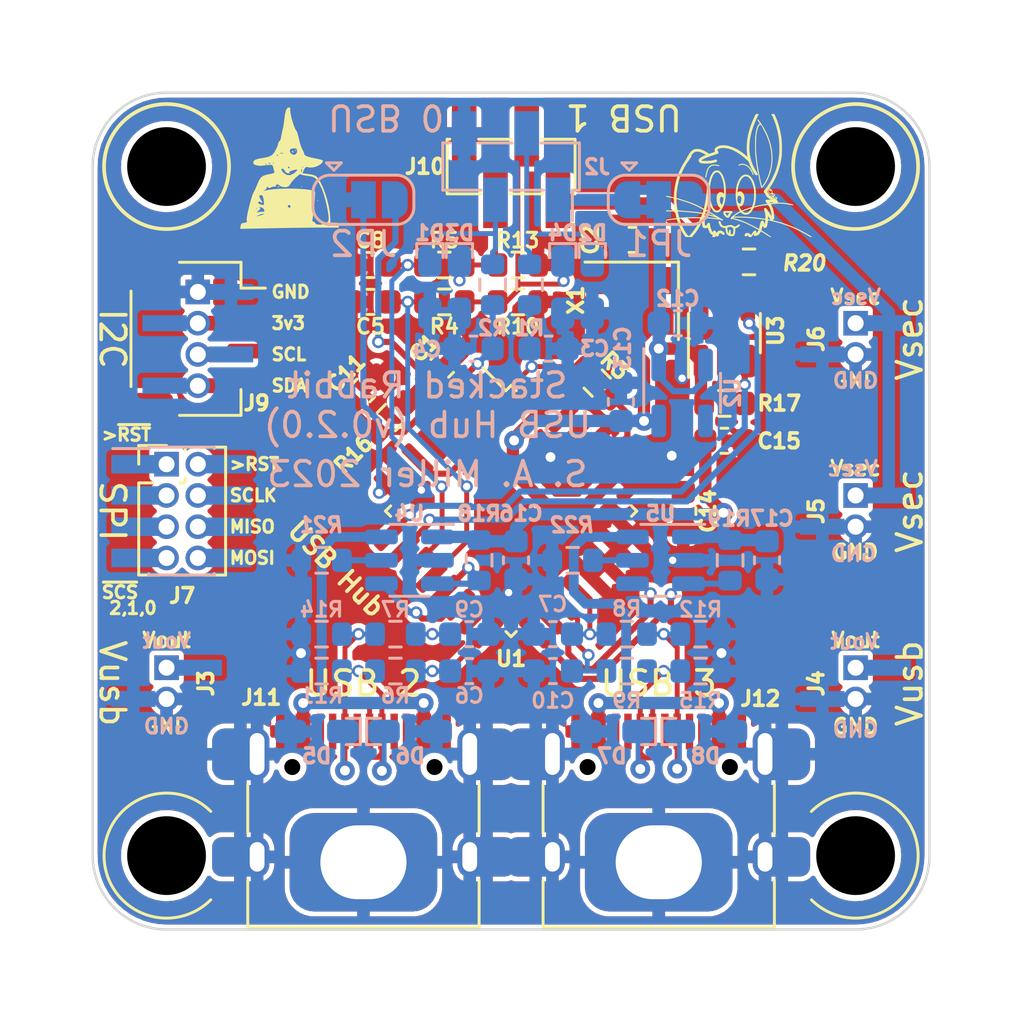
<source format=kicad_pcb>
(kicad_pcb (version 20211014) (generator pcbnew)
  (title_block (title "USB Hub") (rev "0.2.0") (company "The Nerd Mage"))
  (layers (0 "F.Cu" signal) (31 "B.Cu" signal) (34 "B.Paste" user) (35 "F.Paste" user) (36 "B.SilkS" user "B.Silkscreen") (37 "F.SilkS" user "F.Silkscreen") (38 "B.Mask" user) (39 "F.Mask" user) (44 "Edge.Cuts" user))
  (net 0 "")
  (net 1 "UD+")
  (net 2 "UD-")
  (net 3 "GND")
  (net 6 "SDA")
  (net 7 "SCL")
  (net 8 "RESET")
  (net 9 "~{RESET}")
  (net 10 "~{SCS}2")
  (net 11 "SCLK")
  (net 12 "~{SCS}1")
  (net 13 "MISO")
  (net 14 "Vcc?")
  (net 15 "~{SCS}0")
  (net 16 "MOSI")
  (net 18 "PWRON2")
  (net 19 "OVERCUR2")
  (net 20 "PWRON3")
  (net 21 "OVERCUR3")
  (net 23 "UD2+")
  (net 24 "UD2-")
  (net 25 "UD1+")
  (net 26 "UD1-")
  (net 27 "UD3+")
  (net 28 "UD3-")
  (net 29 "+3V3")
  (net 34 "Net-(R3-Pad2)")
  (net 35 "/USB1+")
  (net 36 "/USB1-")
  (net 37 "/USB0+")
  (net 38 "/USB0-")
  (net 39 "/USB2+")
  (net 40 "/USB2-")
  (net 41 "/USB3+")
  (net 42 "/USB3-")
  (net 43 "/~{reset}")
  (net 50 "Vusb")
  (net 51 "PWRON1")
  (net 52 "Net-(R20-Pad1)")
  (net 53 "OVERCUR1")
  (net 54 "Vbus1")
  (net 55 "Net-(R21-Pad1)")
  (net 56 "Vbus2")
  (net 57 "Vbus3")
  (net 58 "Net-(R22-Pad1)")
  (net 59 "Vusb_PWR")
  (net 60 "Vsec")
  (net 61 "~{BUSPWR}")
  (net 62 "/CLK48")
  (footprint "Tinker:Mount" (layer "F.Cu") (at 114 114 45)
    (fp_text reference "REF**" hide)
    (fp_text value "Mount" hide)
  )
  (footprint "Capacitor_SMD:C_0603_1608Metric" (layer "F.Cu") (at 107 100 -90)
    (fp_text reference "C14")
    (fp_text value ".01uf")
  )
  (footprint "Capacitor_SMD:C_0603_1608Metric" (layer "F.Cu") (at 94 95.1 45)
    (fp_text reference "C11")
    (fp_text value ".1uf")
  )
  (footprint "Tinker:QWIIC_Stack_II" (layer "F.Cu") (at 87.27 93 -90)
    (fp_text reference "J9")
    (fp_text value "QWIIC_Stack_II")
  )
  (footprint "Capacitor_SMD:C_0603_1608Metric" (layer "F.Cu") (at 97.2 94.1 45)
    (fp_text reference "C1")
    (fp_text value ".1uf")
  )
  (footprint "Tinker:PinHeader_2x04_P1.27mm_Vertical" (layer "F.Cu") (at 86 98.095)
    (fp_text reference "J7")
    (fp_text value "Conn_01x08_Male" hide)
  )
  (footprint "Resistor_SMD:R_0603_1608Metric" (layer "F.Cu") (at 108.668821 95.624957)
    (fp_text reference "R17")
    (fp_text value "100k")
  )
  (footprint "Tinker:USB_C_Receptacle_HRO_TYPE-C-NARROW" (layer "F.Cu") (at 106 113)
    (fp_text reference "J12")
    (fp_text value "USB_C_Receptacle" hide)
  )
  (footprint "Resistor_SMD:R_0603_1608Metric" (layer "F.Cu") (at 97.287975 91.499999)
    (fp_text reference "R4")
    (fp_text value "30")
  )
  (footprint "Tinker:Mount" (layer "F.Cu") (at 86 114 135)
    (fp_text reference "REF**" hide)
    (fp_text value "Mount" hide)
  )
  (footprint "Capacitor_SMD:C_0603_1608Metric" (layer "F.Cu") (at 94.287975 89.999998 180)
    (fp_text reference "C8")
    (fp_text value "22pf")
  )
  (footprint "Tinker:DagNabbit" (layer "F.Cu") (at 109 87)
    (fp_text reference "REF**" hide)
    (fp_text value "DagNabbit" hide)
  )
  (footprint "Resistor_SMD:R_0603_1608Metric" (layer "F.Cu") (at 103.5 94.8 -45)
    (fp_text reference "R3")
    (fp_text value "1K5")
  )
  (footprint "Capacitor_SMD:C_0603_1608Metric" (layer "F.Cu") (at 108.668821 97.143375)
    (fp_text reference "C15")
    (fp_text value "0.1uf")
  )
  (footprint "Tinker:Board_Stacker_2" (layer "F.Cu") (at 114 106.365)
    (fp_text reference "J4")
    (fp_text value "Conn_01x02_Male")
  )
  (footprint "Tinker:Mount" (layer "F.Cu") (at 114 86)
    (fp_text reference "REF**" hide)
    (fp_text value "Mount" hide)
  )
  (footprint "Capacitor_SMD:C_0603_1608Metric" (layer "F.Cu") (at 104.932471 88.979515 180)
    (fp_text reference "C2")
    (fp_text value "0.1uf")
  )
  (footprint "Capacitor_SMD:C_0603_1608Metric" (layer "F.Cu") (at 94.287975 91.499999 180)
    (fp_text reference "C5")
    (fp_text value "22pf")
  )
  (footprint "Tinker:Board_Stacker_2" (layer "F.Cu") (at 86 106.365)
    (fp_text reference "J3")
    (fp_text value "Conn_01x02_Male")
  )
  (footprint "Tinker:SOT-23-6" (layer "F.Cu") (at 108.668821 92.768559 90)
    (fp_text reference "U3")
    (fp_text value "TPS2550DBVTG4")
  )
  (footprint "Resistor_SMD:R_0603_1608Metric" (layer "F.Cu") (at 100.272975 91.499999)
    (fp_text reference "R10")
    (fp_text value "1K5")
  )
  (footprint "Resistor_SMD:R_0603_1608Metric" (layer "F.Cu") (at 97.287975 90)
    (fp_text reference "R5")
    (fp_text value "30")
  )
  (footprint "Tinker:Board_Stacker_2" (layer "F.Cu") (at 114 92.365)
    (fp_text reference "J6")
    (fp_text value "Conn_01x02_Male")
  )
  (footprint "Tinker:PinHeader_1x04_P1.27mm_Vertical_SMD_Pin1Right" (layer "F.Cu") (at 100 86 -90)
    (fp_text reference "J10")
    (fp_text value "Conn_01x04_Male")
  )
  (footprint "Tinker:Board_Stacker_2" (layer "F.Cu") (at 114 99.365)
    (fp_text reference "J5")
    (fp_text value "Conn_01x02_Male")
  )
  (footprint "Tinker:Mount" (layer "F.Cu") (at 86 86)
    (fp_text reference "REF**" hide)
    (fp_text value "Mount" hide)
  )
  (footprint "Tinker:NerdMage" (layer "F.Cu") (at 91 86)
    (fp_text reference "G***" hide)
    (fp_text value "LOGO" hide)
  )
  (footprint "Resistor_SMD:R_0603_1608Metric" (layer "F.Cu") (at 95.1 96.2 -135)
    (fp_text reference "R16")
    (fp_text value "15")
  )
  (footprint "Oscillator:Oscillator_SMD_Abracon_ASE-4Pin_3.2x2.5mm" (layer "F.Cu") (at 104.902965 91.457995 180)
    (fp_text reference "X1")
    (fp_text value "ASE-48.000MHz")
  )
  (footprint "Tinker:USB_C_Receptacle_HRO_TYPE-C-NARROW" (layer "F.Cu") (at 94 113)
    (fp_text reference "J11")
    (fp_text value "USB_C_Receptacle" hide)
  )
  (footprint "Package_QFP:LQFP-32_7x7mm_P0.8mm" (layer "F.Cu") (at 100 100 -45)
    (fp_text reference "U1")
    (fp_text value "TUSB2036")
  )
  (footprint "Resistor_SMD:R_0603_1608Metric" (layer "F.Cu") (at 109.668821 89.873778)
    (fp_text reference "R20")
    (fp_text value "80k?")
  )
  (footprint "Resistor_SMD:R_0603_1608Metric" (layer "F.Cu") (at 100.272975 90)
    (fp_text reference "R13")
    (fp_text value "1K5")
  )
  (footprint "Tinker:SOT-23-6" (layer "B.Cu") (at 106.07 102 180)
    (fp_text reference "U5")
    (fp_text value "TPS2550DBVTG4")
  )
  (footprint "Capacitor_SMD:C_0603_1608Metric" (layer "B.Cu") (at 98.3 105)
    (fp_text reference "C9")
    (fp_text value "22pf")
  )
  (footprint "Resistor_SMD:R_0603_1608Metric" (layer "B.Cu") (at 92.3 106.5 180)
    (fp_text reference "R11")
    (fp_text value "1K5")
  )
  (footprint "Resistor_SMD:R_0603_1608Metric" (layer "B.Cu") (at 104.7 105)
    (fp_text reference "R8")
    (fp_text value "30")
  )
  (footprint "Capacitor_SMD:C_0603_1608Metric" (layer "B.Cu") (at 100.2 102 -90)
    (fp_text reference "C16")
    (fp_text value "0.1uf")
  )
  (footprint "Capacitor_SMD:C_0603_1608Metric" (layer "B.Cu") (at 104.462589 95.5625 90)
    (fp_text reference "C13")
    (fp_text value "1uF")
  )
  (footprint "Jumper:SolderJumper-3_P1.3mm_Bridged12_RoundedPad1.0x1.5mm" (layer "B.Cu") (at 94 87.35)
    (fp_text reference "JP2")
    (fp_text value "Jumper_3_Bridged12")
  )
  (footprint "Capacitor_SMD:C_0603_1608Metric" (layer "B.Cu") (at 98.475 93.4 180)
    (fp_text reference "C4")
    (fp_text value "22pf")
  )
  (footprint "Package_TO_SOT_SMD:SOT-23-5" (layer "B.Cu") (at 106.95 95.2 -90)
    (fp_text reference "U2")
    (fp_text value "AP2112K-3.3")
  )
  (footprint "Capacitor_SMD:C_0603_1608Metric" (layer "B.Cu") (at 106.775 92.365)
    (fp_text reference "C12")
    (fp_text value "1uF")
  )
  (footprint "Tinker:PinSocket_1x04_P1.27mm_Vertical_SMD_Pin1Left" (layer "B.Cu") (at 100 86 90)
    (fp_text reference "J2")
    (fp_text value "Conn_01x04_Male")
  )
  (footprint "Tinker:PGB1010603NRHF" (layer "B.Cu") (at 97.9 90.9 -90)
    (fp_text reference "D3")
    (fp_text value "PGB1010603NR" hide)
  )
  (footprint "Resistor_SMD:R_0603_1608Metric" (layer "B.Cu") (at 102.5 102 180)
    (fp_text reference "R22")
    (fp_text value "80k?")
  )
  (footprint "Capacitor_SMD:C_0603_1608Metric" (layer "B.Cu") (at 101.7 106.5 180)
    (fp_text reference "C10")
    (fp_text value "22pf")
  )
  (footprint "Resistor_SMD:R_0603_1608Metric" (layer "B.Cu") (at 107.7 106.5)
    (fp_text reference "R15")
    (fp_text value "1K5")
  )
  (footprint "Tinker:PGB1010603NRHF" (layer "B.Cu") (at 103.3 90.9 -90)
    (fp_text reference "D2")
    (fp_text value "PGB1010603NR" hide)
  )
  (footprint "Capacitor_SMD:C_0603_1608Metric" (layer "B.Cu") (at 101.7 105 180)
    (fp_text reference "C7")
    (fp_text value "22pf")
  )
  (footprint "Capacitor_SMD:C_0603_1608Metric" (layer "B.Cu") (at 98.3 106.5)
    (fp_text reference "C6")
    (fp_text value "22pf")
  )
  (footprint "Resistor_SMD:R_0603_1608Metric" (layer "B.Cu") (at 98.7 102 -90)
    (fp_text reference "R18")
    (fp_text value "100k")
  )
  (footprint "Tinker:PGB1010603NRHF" (layer "B.Cu") (at 102.1 90.9 -90)
    (fp_text reference "D4")
    (fp_text value "PGB1010603NR" hide)
  )
  (footprint "Resistor_SMD:R_0603_1608Metric" (layer "B.Cu") (at 100.75 90.8 -90)
    (fp_text reference "R1")
    (fp_text value "30")
  )
  (footprint "Capacitor_SMD:C_0603_1608Metric" (layer "B.Cu") (at 110.4 102 -90)
    (fp_text reference "C17")
    (fp_text value "0.1uf")
  )
  (footprint "Resistor_SMD:R_0603_1608Metric" (layer "B.Cu") (at 92.3 105 180)
    (fp_text reference "R14")
    (fp_text value "1K5")
  )
  (footprint "Resistor_SMD:R_0603_1608Metric" (layer "B.Cu") (at 95.3 106.5 180)
    (fp_text reference "R6")
    (fp_text value "30")
  )
  (footprint "Tinker:PGB1010603NRHF" (layer "B.Cu") (at 104.1 108.955 180)
    (fp_text reference "D7")
    (fp_text value "PGB1010603NR" hide)
  )
  (footprint "Resistor_SMD:R_0603_1608Metric" (layer "B.Cu") (at 92.3 102 180)
    (fp_text reference "R21")
    (fp_text value "80k?")
  )
  (footprint "Resistor_SMD:R_0603_1608Metric" (layer "B.Cu") (at 108.9 102 -90)
    (fp_text reference "R19")
    (fp_text value "100k")
  )
  (footprint "Resistor_SMD:R_0603_1608Metric" (layer "B.Cu") (at 104.7 106.5)
    (fp_text reference "R9")
    (fp_text value "30")
  )
  (footprint "Resistor_SMD:R_0603_1608Metric" (layer "B.Cu") (at 95.3 105 180)
    (fp_text reference "R7")
    (fp_text value "30")
  )
  (footprint "Capacitor_SMD:C_0603_1608Metric" (layer "B.Cu") (at 101.525 93.4)
    (fp_text reference "C3")
    (fp_text value "22pf")
  )
  (footprint "Tinker:SOT-23-6" (layer "B.Cu") (at 95.87 102 180)
    (fp_text reference "U4")
    (fp_text value "TPS2550DBVTG4")
  )
  (footprint "Tinker:PGB1010603NRHF" (layer "B.Cu") (at 92.1 108.955 180)
    (fp_text reference "D5")
    (fp_text value "PGB1010603NR" hide)
  )
  (footprint "Resistor_SMD:R_0603_1608Metric" (layer "B.Cu") (at 107.7 105)
    (fp_text reference "R12")
    (fp_text value "1K5")
  )
  (footprint "Tinker:PGB1010603NRHF" (layer "B.Cu") (at 96.7 90.9 -90)
    (fp_text reference "D1")
    (fp_text value "PGB1010603NR" hide)
  )
  (footprint "Resistor_SMD:R_0603_1608Metric" (layer "B.Cu") (at 99.25 90.8 -90)
    (fp_text reference "R2")
    (fp_text value "30")
  )
  (footprint "Tinker:PGB1010603NRHF" (layer "B.Cu") (at 107.9 108.955)
    (fp_text reference "D8")
    (fp_text value "PGB1010603NR" hide)
  )
  (footprint "Jumper:SolderJumper-3_P1.3mm_Bridged2Bar12_RoundedPad1.0x1.5mm" (layer "B.Cu") (at 106 87.35)
    (fp_text reference "JP1")
    (fp_text value "Jumper_3_Bridged12")
  )
  (footprint "Tinker:PGB1010603NRHF" (layer "B.Cu") (at 95.9 108.955)
    (fp_text reference "D6")
    (fp_text value "PGB1010603NR" hide)
  )
  (gr_line (start 117 86) (end 117 114) (layer "Edge.Cuts") (width 0.1))
  (gr_arc (start 86 117) (mid 83.87868 116.12132) (end 83 114) (layer "Edge.Cuts") (width 0.1))
  (gr_arc (start 83 86) (mid 83.87868 83.87868) (end 86 83) (layer "Edge.Cuts") (width 0.1))
  (gr_line (start 86 83) (end 114 83) (layer "Edge.Cuts") (width 0.1))
  (gr_line (start 83 114) (end 83 86) (layer "Edge.Cuts") (width 0.1))
  (gr_arc (start 114 83) (mid 116.12132 83.87868) (end 117 86) (layer "Edge.Cuts") (width 0.1))
  (gr_line (start 86 117) (end 114 117) (layer "Edge.Cuts") (width 0.1))
  (gr_arc (start 117 114) (mid 116.12132 116.12132) (end 114 117) (layer "Edge.Cuts") (width 0.1))
  (gr_text "Stacked Rabbit\n${TITLE} (v${REVISION})" (at 96.6 95.7) (layer "B.SilkS") (effects (font (size 1 1)) (justify mirror)))
  (gr_text "GND" (at 113.911636 101.744492) (layer "B.SilkS") (effects (font (size 0.6 0.6) (thickness 0.125)) (justify mirror)))
  (gr_text "GND" (at 85.995908 108.747728) (layer "B.SilkS") (effects (font (size 0.6 0.6) (thickness 0.125)) (justify mirror)))
  (gr_text "Vout" (at 113.950572 105.303488) (layer "B.SilkS") (effects (font (size 0.6 0.6) (thickness 0.125)) (justify mirror)))
  (gr_text "GND" (at 114 94.7) (layer "B.SilkS") (effects (font (size 0.6 0.6) (thickness 0.125)) (justify mirror)))
  (gr_text "USB 0" (at 94.92 84 180) (layer "B.SilkS") (effects (font (size 1 1)) (justify mirror)))
  (gr_text "Vsec" (at 113.872799 98.268635) (layer "B.SilkS") (effects (font (size 0.6 0.6) (thickness 0.125)) (justify mirror)))
  (gr_text "Vsec" (at 114 91.3) (layer "B.SilkS") (effects (font (size 0.6 0.6) (thickness 0.125)) (justify mirror)))
  (gr_text "GND" (at 113.997176 108.89197) (layer "B.SilkS") (effects (font (size 0.6 0.6) (thickness 0.125)) (justify mirror)))
  (gr_text "S. A. Miller 2023" (at 96.6 98.5) (layer "B.SilkS") (effects (font (size 1 1)) (justify mirror)))
  (gr_text "Vout" (at 86.009393 105.268635) (layer "B.SilkS") (effects (font (size 0.6 0.6) (thickness 0.125)) (justify mirror)))
  (gr_text "SDA" (at 90.2 94.905) (layer "F.SilkS") (effects (font (size 0.5 0.5) (thickness 0.125)) (justify left)))
  (gr_text "Vsec" (at 116.2 100 90) (layer "F.SilkS") (effects (font (size 1 1))))
  (gr_text "2,1,0" (at 83.6 103.94) (layer "F.SilkS") (effects (font (size 0.5 0.5) (thickness 0.125)) (justify left)))
  (gr_text "3v3" (at 90.2 92.365) (layer "F.SilkS") (effects (font (size 0.5 0.5) (thickness 0.125)) (justify left)))
  (gr_text "USB 2" (at 94 107) (layer "F.SilkS") (effects (font (size 1 1))))
  (gr_text "Vout" (at 114 105.245) (layer "F.SilkS") (effects (font (size 0.6 0.6) (thickness 0.125))))
  (gr_text "~{SCS}" (at 83.3 103.3) (layer "F.SilkS") (effects (font (size 0.5 0.5) (thickness 0.125)) (justify left)))
  (gr_text "GND" (at 114 94.7) (layer "F.SilkS") (effects (font (size 0.6 0.6) (thickness 0.125))))
  (gr_text "GND" (at 90.2 91.095) (layer "F.SilkS") (effects (font (size 0.5 0.5) (thickness 0.125)) (justify left)))
  (gr_text ">~{RST}" (at 83.3 96.9) (layer "F.SilkS") (effects (font (size 0.5 0.5) (thickness 0.125)) (justify left)))
  (gr_text "GND" (at 114 101.665) (layer "F.SilkS") (effects (font (size 0.6 0.6) (thickness 0.125))))
  (gr_text "Vsec" (at 116.2 93 90) (layer "F.SilkS") (effects (font (size 1 1))))
  (gr_text "USB 1" (at 104.579045 84 180) (layer "F.SilkS") (effects (font (size 1 1))))
  (gr_text "SCLK" (at 88.5 99.365) (layer "F.SilkS") (effects (font (size 0.5 0.5) (thickness 0.125)) (justify left)))
  (gr_text ">RST" (at 88.5 98.095) (layer "F.SilkS") (effects (font (size 0.5 0.5) (thickness 0.125)) (justify left)))
  (gr_text "SPI" (at 83.8 100 -90) (layer "F.SilkS") (effects (font (size 1 1))))
  (gr_text "Vusb" (at 116.2 107 90) (layer "F.SilkS") (effects (font (size 1 1))))
  (gr_text "SCL" (at 90.2 93.635) (layer "F.SilkS") (effects (font (size 0.5 0.5) (thickness 0.125)) (justify left)))
  (gr_text "GND" (at 114 108.745) (layer "F.SilkS") (effects (font (size 0.6 0.6) (thickness 0.125))))
  (gr_text "I2C" (at 83.8 93 -90) (layer "F.SilkS") (effects (font (size 1 1))))
  (gr_text "MISO" (at 88.5 100.635) (layer "F.SilkS") (effects (font (size 0.5 0.5) (thickness 0.125)) (justify left)))
  (gr_text "USB 3" (at 106 107) (layer "F.SilkS") (effects (font (size 1 1))))
  (gr_text "MOSI" (at 88.5 101.905) (layer "F.SilkS") (effects (font (size 0.5 0.5) (thickness 0.125)) (justify left)))
  (gr_text "GND" (at 86 108.745) (layer "F.SilkS") (effects (font (size 0.6 0.6) (thickness 0.125))))
  (gr_text "${TITLE}" (at 92.899152 102.34535 315) (layer "F.SilkS") (effects (font (size 0.75 0.75))))
  (gr_text "Vusb" (at 83.8 107 -90) (layer "F.SilkS") (effects (font (size 1 1))))
  (gr_text "Vsec" (at 114 98.265) (layer "F.SilkS") (effects (font (size 0.6 0.6) (thickness 0.125))))
  (gr_text "Vout" (at 86 105.245) (layer "F.SilkS") (effects (font (size 0.6 0.6) (thickness 0.125))))
  (gr_text "Vsec" (at 114 91.3) (layer "F.SilkS") (effects (font (size 0.6 0.6) (thickness 0.125))))
  (segment (start 100.635 88.808609) (end 100.635 89.36) (width 0.2) (layer "B.Cu") (net 1))
  (segment (start 100.702512 88.741097) (end 100.635 88.808609) (width 0.2) (layer "B.Cu") (net 1))
  (segment (start 103.3 89.219407) (end 102.82169 88.741097) (width 0.2) (layer "B.Cu") (net 1))
  (segment (start 100.635 89.36) (end 100.75 89.475) (width 0.2) (layer "B.Cu") (net 1))
  (segment (start 102.82169 88.741097) (end 100.702512 88.741097) (width 0.2) (layer "B.Cu") (net 1))
  (segment (start 103.3 89.84) (end 103.3 89.219407) (width 0.2) (layer "B.Cu") (net 1))
  (segment (start 100.75 89.475) (end 100.75 89.975) (width 0.2) (layer "B.Cu") (net 1))
  (segment (start 100.635 84.65) (end 100.635 88.808609) (width 0.2) (layer "B.Cu") (net 1))
  (segment (start 96.7 89.84) (end 96.7 89.214678) (width 0.2) (layer "B.Cu") (net 2))
  (segment (start 99.365 89.36) (end 99.25 89.475) (width 0.2) (layer "B.Cu") (net 2))
  (segment (start 97.191251 88.723427) (end 99.365 88.723427) (width 0.2) (layer "B.Cu") (net 2))
  (segment (start 99.365 88.723427) (end 99.365 89.36) (width 0.2) (layer "B.Cu") (net 2))
  (segment (start 99.365 87.35) (end 99.365 88.723427) (width 0.2) (layer "B.Cu") (net 2))
  (segment (start 96.7 89.214678) (end 97.191251 88.723427) (width 0.2) (layer "B.Cu") (net 2))
  (segment (start 99.25 89.475) (end 99.25 89.975) (width 0.2) (layer "B.Cu") (net 2))
  (segment (start 108.668821 93.906059) (end 108.818821 94.056059) (width 0.25) (layer "F.Cu") (net 3))
  (segment (start 108.818821 94.056059) (end 108.818821 96.518375) (width 0.25) (layer "F.Cu") (net 3))
  (segment (start 108.818821 96.518375) (end 109.443821 97.143375) (width 0.25) (layer "F.Cu") (net 3))
  (via (at 101.601672 97.805948) (size 0.8) (drill 0.4) (layers "F.Cu" "B.Cu") (net 3))
  (via (at 91.463494 105.771705) (size 0.8) (drill 0.4) (layers "F.Cu" "B.Cu") (net 3))
  (via (at 106.566633 102) (size 0.5) (drill 0.3) (layers "F.Cu" "B.Cu") (net 3))
  (via (at 96.353401 99.147063) (size 0.5) (drill 0.3) (layers "F.Cu" "B.Cu") (net 3))
  (via (at 108.549545 105.770194) (size 0.8) (drill 0.4) (layers "F.Cu" "B.Cu") (net 3))
  (via (at 106.95 94.6) (size 0.5) (drill 0.3) (layers "F.Cu" "B.Cu") (net 3))
  (via (at 106.527705 97.749543) (size 0.8) (drill 0.4) (layers "F.Cu" "B.Cu") (net 3))
  (via (at 99.899864 103.312215) (size 0.5) (drill 0.3) (layers "F.Cu" "B.Cu") (net 3))
  (segment (start 98.26432 102.301366) (end 97.330672 103.235014) (width 0.25) (layer "F.Cu") (net 18))
  (via (at 98.26432 102.301366) (size 0.5) (drill 0.3) (layers "F.Cu" "B.Cu") (net 18))
  (segment (start 98.575 102.95) (end 98.7 102.825) (width 0.25) (layer "B.Cu") (net 18))
  (segment (start 98.26432 102.301366) (end 98.7 102.737046) (width 0.25) (layer "B.Cu") (net 18))
  (segment (start 98.7 102.737046) (end 98.7 102.825) (width 0.25) (layer "B.Cu") (net 18))
  (segment (start 97.0075 102.95) (end 98.575 102.95) (width 0.25) (layer "B.Cu") (net 18))
  (segment (start 96.389286 104.368583) (end 97.143603 104.368583) (width 0.25) (layer "F.Cu") (net 19))
  (segment (start 97.711487 103.800699) (end 97.896357 103.800699) (width 0.25) (layer "F.Cu") (net 19))
  (segment (start 97.143603 104.368583) (end 97.711487 103.800699) (width 0.25) (layer "F.Cu") (net 19))
  (segment (start 96.146203 104.1255) (end 96.389286 104.368583) (width 0.25) (layer "F.Cu") (net 19))
  (via (at 96.146203 104.1255) (size 0.5) (drill 0.3) (layers "F.Cu" "B.Cu") (net 19))
  (segment (start 96.146203 104.1255) (end 95.908 104.1255) (width 0.25) (layer "B.Cu") (net 19))
  (segment (start 95.908 104.1255) (end 94.7325 102.95) (width 0.25) (layer "B.Cu") (net 19))
  (segment (start 103.513274 106.816088) (end 102.787863 106.816088) (width 0.25) (layer "F.Cu") (net 20))
  (segment (start 106.495717 103.833645) (end 103.513274 106.816088) (width 0.25) (layer "F.Cu") (net 20))
  (segment (start 106.495717 103.381139) (end 106.495717 103.833645) (width 0.25) (layer "F.Cu") (net 20))
  (segment (start 102.787863 106.816088) (end 100.972272 105.000497) (width 0.25) (layer "F.Cu") (net 20))
  (segment (start 100.972272 105.000497) (end 100.972272 104.93207) (width 0.25) (layer "F.Cu") (net 20))
  (via (at 106.495717 103.381139) (size 0.5) (drill 0.3) (layers "F.Cu" "B.Cu") (net 20))
  (segment (start 108.775 102.95) (end 108.9 102.825) (width 0.25) (layer "B.Cu") (net 20))
  (segment (start 107.2075 102.95) (end 108.775 102.95) (width 0.25) (layer "B.Cu") (net 20))
  (segment (start 102.953549 106.416088) (end 102.325 105.787539) (width 0.25) (layer "F.Cu") (net 21))
  (segment (start 102.325 105.787539) (end 102.325 105.153427) (width 0.25) (layer "F.Cu") (net 21))
  (segment (start 105.668067 103.348469) (end 105.668067 104.077933) (width 0.25) (layer "F.Cu") (net 21))
  (segment (start 105.668067 104.077933) (end 103.329912 106.416088) (width 0.25) (layer "F.Cu") (net 21))
  (segment (start 103.329912 106.416088) (end 102.953549 106.416088) (width 0.25) (layer "F.Cu") (net 21))
  (segment (start 102.325 105.153427) (end 101.537957 104.366384) (width 0.25) (layer "F.Cu") (net 21))
  (via (at 105.668067 103.348469) (size 0.5) (drill 0.3) (layers "F.Cu" "B.Cu") (net 21))
  (segment (start 94.581806 110.007341) (end 94.75 109.839147) (width 0.2) (layer "F.Cu") (net 23))
  (segment (start 94.75 108.955) (end 94.75 107.45) (width 0.2) (layer "F.Cu") (net 23))
  (segment (start 93.75 109.851996) (end 93.905345 110.007341) (width 0.2) (layer "F.Cu") (net 23))
  (segment (start 94.75 107.45) (end 93.8 106.5) (width 0.2) (layer "F.Cu") (net 23))
  (segment (start 94.75 110.555619) (end 94.75 108.955) (width 0.2) (layer "F.Cu") (net 23))
  (segment (start 93.905345 110.007341) (end 94.581806 110.007341) (width 0.2) (layer "F.Cu") (net 23))
  (segment (start 93.75 108.955) (end 93.75 109.851996) (width 0.2) (layer "F.Cu") (net 23))
  (segment (start 94.75 109.839147) (end 94.75 108.955) (width 0.2) (layer "F.Cu") (net 23))
  (via (at 93.8 106.5) (size 0.5) (drill 0.3) (layers "F.Cu" "B.Cu") (net 23))
  (via (at 94.75 110.555619) (size 0.8) (drill 0.4) (layers "F.Cu" "B.Cu") (net 23))
  (segment (start 94.84 110.465619) (end 94.84 108.955) (width 0.2) (layer "B.Cu") (net 23))
  (segment (start 94.75 110.555619) (end 94.84 110.465619) (width 0.2) (layer "B.Cu") (net 23))
  (segment (start 93.125 106.5) (end 94.475 106.5) (width 0.2) (layer "B.Cu") (net 23))
  (segment (start 94.25 108.955) (end 94.25 108.03) (width 0.2) (layer "F.Cu") (net 24))
  (segment (start 93.25 110.543966) (end 93.25 108.955) (width 0.2) (layer "F.Cu") (net 24))
  (segment (start 94.25 108.38) (end 94.275 108.355) (width 0.2) (layer "F.Cu") (net 24))
  (segment (start 94.078953 107.858953) (end 93.25 107.858953) (width 0.2) (layer "F.Cu") (net 24))
  (segment (start 94.25 108.955) (end 94.25 108.38) (width 0.2) (layer "F.Cu") (net 24))
  (segment (start 93.25 108.955) (end 93.25 107.858953) (width 0.2) (layer "F.Cu") (net 24))
  (segment (start 93.25 107.858953) (end 93.25 105.55) (width 0.2) (layer "F.Cu") (net 24))
  (segment (start 93.25 105.55) (end 93.8 105) (width 0.2) (layer "F.Cu") (net 24))
  (segment (start 94.25 108.03) (end 94.078953 107.858953) (width 0.2) (layer "F.Cu") (net 24))
  (via (at 93.25 110.543966) (size 0.8) (drill 0.4) (layers "F.Cu" "B.Cu") (net 24))
  (via (at 93.8 105) (size 0.5) (drill 0.3) (layers "F.Cu" "B.Cu") (net 24))
  (segment (start 93.25 110.543966) (end 93.16 110.453966) (width 0.2) (layer "B.Cu") (net 24))
  (segment (start 93.125 105) (end 94.475 105) (width 0.2) (layer "B.Cu") (net 24))
  (segment (start 93.16 110.453966) (end 93.16 108.955) (width 0.2) (layer "B.Cu") (net 24))
  (segment (start 100.275943 91.026555) (end 100.275943 90.803296) (width 0.2) (layer "F.Cu") (net 25))
  (segment (start 100.275943 90.803296) (end 100.275943 89.206825) (width 0.2) (layer "F.Cu") (net 25))
  (segment (start 100.275943 88.903215) (end 100.275943 85.109057) (width 0.2) (layer "F.Cu") (net 25))
  (segment (start 102.134247 90.646489) (end 102.005737 90.774999) (width 0.2) (layer "F.Cu") (net 25))
  (segment (start 100.30424 90.774999) (end 100.275943 90.803296) (width 0.2) (layer "F.Cu") (net 25))
  (segment (start 99.447975 91.499999) (end 98.112975 91.499999) (width 0.2) (layer "F.Cu") (net 25))
  (segment (start 100.275943 89.206825) (end 100.275943 88.903215) (width 0.2) (layer "F.Cu") (net 25))
  (segment (start 99.447975 91.499999) (end 99.802499 91.499999) (width 0.2) (layer "F.Cu") (net 25))
  (segment (start 99.802499 91.499999) (end 100.275943 91.026555) (width 0.2) (layer "F.Cu") (net 25))
  (segment (start 100.275943 85.109057) (end 100.635 84.75) (width 0.2) (layer "F.Cu") (net 25))
  (segment (start 102.005737 90.774999) (end 100.30424 90.774999) (width 0.2) (layer "F.Cu") (net 25))
  (via (at 102.134247 90.646489) (size 0.5) (drill 0.3) (layers "F.Cu" "B.Cu") (net 25))
  (segment (start 102.134247 90.646489) (end 102.25 90.530736) (width 0.2) (layer "B.Cu") (net 25))
  (segment (start 102.25 90.530736) (end 102.25 89.44) (width 0.2) (layer "B.Cu") (net 25))
  (segment (start 102.134247 89.874247) (end 102.1 89.84) (width 0.2) (layer "B.Cu") (net 25))
  (segment (start 102.134247 90.646489) (end 102.134247 89.874247) (width 0.2) (layer "B.Cu") (net 25))
  (segment (start 97.902257 90.625594) (end 97.902257 90.210718) (width 0.2) (layer "F.Cu") (net 26))
  (segment (start 97.902257 90.210718) (end 98.112975 90) (width 0.2) (layer "F.Cu") (net 26))
  (segment (start 99.447975 89.999998) (end 98.112975 90) (width 0.2) (layer "F.Cu") (net 26))
  (segment (start 99.365 89.917025) (end 99.447975 90) (width 0.2) (layer "F.Cu") (net 26))
  (segment (start 99.365 87.25) (end 99.365 88.894992) (width 0.2) (layer "F.Cu") (net 26))
  (segment (start 99.365 88.894992) (end 99.365 89.917025) (width 0.2) (layer "F.Cu") (net 26))
  (via (at 97.902257 90.625594) (size 0.5) (drill 0.3) (layers "F.Cu" "B.Cu") (net 26))
  (segment (start 97.902257 89.842257) (end 97.9 89.84) (width 0.2) (layer "B.Cu") (net 26))
  (segment (start 97.902257 90.625594) (end 97.902257 89.842257) (width 0.2) (layer "B.Cu") (net 26))
  (segment (start 97.902257 90.625594) (end 97.902257 89.592257) (width 0.2) (layer "B.Cu") (net 26))
  (segment (start 106.75 105.55) (end 106.75 107.849363) (width 0.2) (layer "F.Cu") (net 27))
  (segment (start 106.2 105) (end 106.75 105.55) (width 0.2) (layer "F.Cu") (net 27))
  (segment (start 105.930637 107.849363) (end 106.75 107.849363) (width 0.2) (layer "F.Cu") (net 27))
  (segment (start 105.75 108.955) (end 105.75 108.03) (width 0.2) (layer "F.Cu") (net 27))
  (segment (start 105.75 108.03) (end 105.930637 107.849363) (width 0.2) (layer "F.Cu") (net 27))
  (segment (start 106.75 107.849363) (end 106.75 108.955) (width 0.2) (layer "F.Cu") (net 27))
  (segment (start 106.75 110.468346) (end 106.75 108.955) (width 0.2) (layer "F.Cu") (net 27))
  (via (at 106.2 105) (size 0.5) (drill 0.3) (layers "F.Cu" "B.Cu") (net 27))
  (via (at 106.75 110.468346) (size 0.8) (drill 0.4) (layers "F.Cu" "B.Cu") (net 27))
  (segment (start 106.875 105) (end 105.525 105) (width 0.2) (layer "B.Cu") (net 27))
  (segment (start 106.75 110.468346) (end 106.84 110.378346) (width 0.2) (layer "B.Cu") (net 27))
  (segment (start 106.84 110.378346) (end 106.84 108.955) (width 0.2) (layer "B.Cu") (net 27))
  (segment (start 105.447285 110.03037) (end 106.070074 110.03037) (width 0.2) (layer "F.Cu") (net 28))
  (segment (start 106.25 109.850444) (end 106.25 108.955) (width 0.2) (layer "F.Cu") (net 28))
  (segment (start 105.25 109.833085) (end 105.447285 110.03037) (width 0.2) (layer "F.Cu") (net 28))
  (segment (start 106.070074 110.03037) (end 106.25 109.850444) (width 0.2) (layer "F.Cu") (net 28))
  (segment (start 105.25 108.955) (end 105.25 109.833085) (width 0.2) (layer "F.Cu") (net 28))
  (segment (start 105.25 107.45) (end 106.2 106.5) (width 0.2) (layer "F.Cu") (net 28))
  (segment (start 105.25 110.479255) (end 105.25 108.955) (width 0.2) (layer "F.Cu") (net 28))
  (segment (start 105.25 108.955) (end 105.25 107.45) (width 0.2) (layer "F.Cu") (net 28))
  (via (at 105.25 110.479255) (size 0.8) (drill 0.4) (layers "F.Cu" "B.Cu") (net 28))
  (via (at 106.2 106.5) (size 0.5) (drill 0.3) (layers "F.Cu" "B.Cu") (net 28))
  (segment (start 105.25 110.479255) (end 105.16 110.389255) (width 0.2) (layer "B.Cu") (net 28))
  (segment (start 106.875 106.5) (end 105.525 106.5) (width 0.2) (layer "B.Cu") (net 28))
  (segment (start 105.16 110.389255) (end 105.16 108.955) (width 0.2) (layer "B.Cu") (net 28))
  (segment (start 96.551992 94.748008) (end 95.583363 95.716637) (width 0.5) (layer "F.Cu") (net 29))
  (segment (start 104.366384 98.462043) (end 103.221988 99.606439) (width 0.5) (layer "F.Cu") (net 29))
  (segment (start 105.950535 99.066496) (end 106.841496 99.066496) (width 0.5) (layer "F.Cu") (net 29))
  (segment (start 101.537957 95.633616) (end 100.073174 97.098399) (width 0.5) (layer "F.Cu") (net 29))
  (segment (start 96.651992 94.954936) (end 96.651992 94.648008) (width 0.5) (layer "F.Cu") (net 29))
  (segment (start 105.401305 93.931022) (end 105.2 93.729717) (width 0.5) (layer "F.Cu") (net 29))
  (segment (start 105.911767 99.027728) (end 104.93207 99.027728) (width 0.5) (layer "F.Cu") (net 29))
  (segment (start 105.401305 96.3375) (end 105.401305 93.931022) (width 0.5) (layer "F.Cu") (net 29))
  (segment (start 105.739752 92.063172) (end 105.739752 90.413172) (width 0.5) (layer "F.Cu") (net 29))
  (segment (start 97.896357 96.199301) (end 96.651992 94.954936) (width 0.5) (layer "F.Cu") (net 29))
  (segment (start 105.950535 99.066496) (end 105.911767 99.027728) (width 0.5) (layer "F.Cu") (net 29))
  (segment (start 102.988069 99.868492) (end 101.565548 99.868492) (width 0.5) (layer "F.Cu") (net 29))
  (segment (start 100.181318 96.990255) (end 101.537957 95.633616) (width 0.5) (layer "F.Cu") (net 29))
  (segment (start 104.366384 98.462043) (end 104.93207 99.027728) (width 0.5) (layer "F.Cu") (net 29))
  (segment (start 101.565548 99.868492) (end 100.073174 98.376118) (width 0.5) (layer "F.Cu") (net 29))
  (segment (start 94.604132 93.125702) (end 95.129686 93.125702) (width 0.25) (layer "F.Cu") (net 29))
  (segment (start 105.2 93.729717) (end 105.2 93.03596) (width 0.5) (layer "F.Cu") (net 29))
  (segment (start 98.83827 97.141213) (end 100.073174 98.376118) (width 0.5) (layer "F.Cu") (net 29))
  (segment (start 97.896357 96.199301) (end 98.83827 97.141213) (width 0.5) (layer "F.Cu") (net 29))
  (segment (start 96.783684 98.48074) (end 97.498743 98.48074) (width 0.25) (layer "F.Cu") (net 29))
  (segment (start 95.129686 93.125702) (end 96.651992 94.648008) (width 0.25) (layer "F.Cu") (net 29))
  (segment (start 106.841496 99.066496) (end 107 99.225) (width 0.5) (layer "F.Cu") (net 29))
  (segment (start 103.221988 99.606439) (end 103.221988 99.634573) (width 0.5) (layer "F.Cu") (net 29))
  (segment (start 105.2 93.03596) (end 105.952965 92.282995) (width 0.5) (layer "F.Cu") (net 29))
  (segment (start 96.199301 97.896357) (end 96.783684 98.48074) (width 0.25) (layer "F.Cu") (net 29))
  (segment (start 103.221988 99.634573) (end 102.988069 99.868492) (width 0.5) (layer "F.Cu") (net 29))
  (segment (start 100.073174 97.098399) (end 100.073174 98.376118) (width 0.5) (layer "F.Cu") (net 29))
  (segment (start 97.498743 98.48074) (end 98.83827 97.141213) (width 0.25) (layer "F.Cu") (net 29))
  (segment (start 105.739752 90.413172) (end 105.739752 89.013172) (width 0.5) (layer "F.Cu") (net 29))
  (via (at 105.401305 96.3375) (size 0.8) (drill 0.4) (layers "F.Cu" "B.Cu") (net 29))
  (via (at 94.604132 93.125702) (size 0.5) (drill 0.3) (layers "F.Cu" "B.Cu") (net 29))
  (via (at 100.121408 97.130371) (size 0.8) (drill 0.4) (layers "F.Cu" "B.Cu") (net 29))
  (segment (start 106 96.3375) (end 104.462589 96.3375) (width 0.5) (layer "B.Cu") (net 29))
  (segment (start 95.3 89.068099) (end 95.3 87.35) (width 0.25) (layer "B.Cu") (net 29))
  (segment (start 94.604132 89.763967) (end 95.3 89.068099) (width 0.25) (layer "B.Cu") (net 29))
  (segment (start 105.401305 96.3375) (end 104.462589 96.3375) (width 0.5) (layer "B.Cu") (net 29))
  (segment (start 100.914279 96.3375) (end 100.121408 97.130371) (width 0.5) (layer "B.Cu") (net 29))
  (segment (start 105.401305 96.3375) (end 100.914279 96.3375) (width 0.5) (layer "B.Cu") (net 29))
  (segment (start 94.604132 93.125702) (end 94.604132 89.763967) (width 0.25) (layer "B.Cu") (net 29))
  (segment (start 103.800699 97.896357) (end 104.726805 96.970251) (width 0.25) (layer "F.Cu") (net 34))
  (segment (start 104.726805 96.970251) (end 104.726805 96.026805) (width 0.25) (layer "F.Cu") (net 34))
  (segment (start 104.726805 96.026805) (end 104.083363 95.383363) (width 0.25) (layer "F.Cu") (net 34))
  (segment (start 98.19618 101.238134) (end 98.19618 99.000487) (width 0.2) (layer "F.Cu") (net 35))
  (segment (start 96.764986 102.669328) (end 98.19618 101.238134) (width 0.2) (layer "F.Cu") (net 35))
  (segment (start 95.062975 91.499999) (end 96.462975 91.499999) (width 0.2) (layer "F.Cu") (net 35))
  (via (at 95.8 91.5) (size 0.5) (drill 0.3) (layers "F.Cu" "B.Cu") (net 35))
  (via (at 98.19618 99.000487) (size 0.5) (drill 0.3) (layers "F.Cu" "B.Cu") (net 35))
  (segment (start 95.8 91.5) (end 95.8 96.604308) (width 0.2) (layer "B.Cu") (net 35))
  (segment (start 95.8 96.604308) (end 98.19618 99.000487) (width 0.2) (layer "B.Cu") (net 35))
  (segment (start 97.196668 99.028766) (end 97.173142 99.00524) (width 0.2) (layer "F.Cu") (net 36))
  (segment (start 97.196668 101.106276) (end 97.196668 99.028766) (width 0.2) (layer "F.Cu") (net 36))
  (segment (start 96.199301 102.103643) (end 97.196668 101.106276) (width 0.2) (layer "F.Cu") (net 36))
  (segment (start 95.062975 89.999998) (end 96.462973 89.999998) (width 0.2) (layer "F.Cu") (net 36))
  (segment (start 96.462973 89.999998) (end 96.462975 90) (width 0.2) (layer "F.Cu") (net 36))
  (via (at 97.173142 99.00524) (size 0.5) (drill 0.3) (layers "F.Cu" "B.Cu") (net 36))
  (via (at 95.8 90) (size 0.5) (drill 0.3) (layers "F.Cu" "B.Cu") (net 36))
  (segment (start 95.8 90) (end 95.8 90.004535) (width 0.2) (layer "B.Cu") (net 36))
  (segment (start 95.15502 90.649515) (end 95.15502 96.987118) (width 0.2) (layer "B.Cu") (net 36))
  (segment (start 95.8 90.004535) (end 95.15502 90.649515) (width 0.2) (layer "B.Cu") (net 36))
  (segment (start 95.15502 96.987118) (end 97.173142 99.00524) (width 0.2) (layer "B.Cu") (net 36))
  (segment (start 102.916637 94.216637) (end 102.828164 94.128164) (width 0.2) (layer "F.Cu") (net 37))
  (segment (start 99.896229 95.06793) (end 99.027728 95.06793) (width 0.2) (layer "F.Cu") (net 37))
  (segment (start 102.828164 94.128164) (end 100.835995 94.128164) (width 0.2) (layer "F.Cu") (net 37))
  (segment (start 100.835995 94.128164) (end 99.896229 95.06793) (width 0.2) (layer "F.Cu") (net 37))
  (via (at 100.835995 94.128164) (size 0.5) (drill 0.3) (layers "F.Cu" "B.Cu") (net 37))
  (segment (start 100.835995 93.485995) (end 100.75 93.4) (width 0.2) (layer "B.Cu") (net 37))
  (segment (start 100.75 92.5) (end 100.75 91.625) (width 0.25) (layer "B.Cu") (net 37))
  (segment (start 100.835995 94.128164) (end 100.835995 93.485995) (width 0.2) (layer "B.Cu") (net 37))
  (segment (start 100.75 92.5) (end 100.75 93.4) (width 0.25) (layer "B.Cu") (net 37))
  (segment (start 98.097398 95.268971) (end 98.462043 95.633616) (width 0.25) (layer "F.Cu") (net 38))
  (segment (start 97.96318 95.134753) (end 98.462043 95.633616) (width 0.25) (layer "F.Cu") (net 38))
  (segment (start 98.097398 94.548691) (end 98.097398 95.268971) (width 0.25) (layer "F.Cu") (net 38))
  (segment (start 98.508489 94.1376) (end 98.097398 94.548691) (width 0.25) (layer "F.Cu") (net 38))
  (segment (start 98.64641 94.013835) (end 98.522645 94.1376) (width 0.25) (layer "F.Cu") (net 38))
  (segment (start 98.522645 94.1376) (end 98.508489 94.1376) (width 0.25) (layer "F.Cu") (net 38))
  (via (at 98.64641 94.013835) (size 0.5) (drill 0.3) (layers "F.Cu" "B.Cu") (net 38))
  (segment (start 98.64641 94.013835) (end 98.64641 94.00359) (width 0.25) (layer "B.Cu") (net 38))
  (segment (start 98.64641 94.00359) (end 99.25 93.4) (width 0.25) (layer "B.Cu") (net 38))
  (segment (start 99.25 92.5) (end 99.25 93.4) (width 0.25) (layer "B.Cu") (net 38))
  (segment (start 99.25 92.5) (end 99.25 91.625) (width 0.25) (layer "B.Cu") (net 38))
  (segment (start 99.018439 104.93207) (end 97.450509 106.5) (width 0.2) (layer "F.Cu") (net 39))
  (segment (start 97.450509 106.5) (end 96.8 106.5) (width 0.2) (layer "F.Cu") (net 39))
  (segment (start 99.027728 104.93207) (end 99.018439 104.93207) (width 0.2) (layer "F.Cu") (net 39))
  (via (at 96.8 106.5) (size 0.5) (drill 0.3) (layers "F.Cu" "B.Cu") (net 39))
  (segment (start 96.125 106.5) (end 97.525 106.5) (width 0.2) (layer "B.Cu") (net 39))
  (segment (start 96.8 105) (end 97.828427 105) (width 0.2) (layer "F.Cu") (net 40))
  (segment (start 97.828427 105) (end 98.462043 104.366384) (width 0.2) (layer "F.Cu") (net 40))
  (via (at 96.8 105) (size 0.5) (drill 0.3) (layers "F.Cu" "B.Cu") (net 40))
  (segment (start 96.125 105) (end 97.525 105) (width 0.2) (layer "B.Cu") (net 40))
  (segment (start 103.2 103.765686) (end 103.2 105) (width 0.2) (layer "F.Cu") (net 41))
  (segment (start 102.669328 103.235014) (end 103.2 103.765686) (width 0.2) (layer "F.Cu") (net 41))
  (via (at 103.2 105) (size 0.5) (drill 0.3) (layers "F.Cu" "B.Cu") (net 41))
  (segment (start 102.475 105) (end 103.875 105) (width 0.2) (layer "B.Cu") (net 41))
  (segment (start 102.7 105.409814) (end 102.7 104.397056) (width 0.2) (layer "F.Cu") (net 42))
  (segment (start 103.14173 105.851544) (end 102.7 105.409814) (width 0.2) (layer "F.Cu") (net 42))
  (segment (start 102.7 104.397056) (end 102.103643 103.800699) (width 0.2) (layer "F.Cu") (net 42))
  (via (at 103.14173 105.851544) (size 0.5) (drill 0.3) (layers "F.Cu" "B.Cu") (net 42))
  (segment (start 103.095455 106.5) (end 103.875 106.5) (width 0.2) (layer "B.Cu") (net 42))
  (segment (start 102.475 106.5) (end 103.095455 106.5) (width 0.2) (layer "B.Cu") (net 42))
  (segment (start 103.14173 105.851544) (end 103.095455 105.897819) (width 0.2) (layer "B.Cu") (net 42))
  (segment (start 103.095455 105.897819) (end 103.095455 106.5) (width 0.2) (layer "B.Cu") (net 42))
  (segment (start 95.658327 96.783363) (end 96.251401 96.190289) (width 0.25) (layer "F.Cu") (net 43))
  (segment (start 93.451992 95.648008) (end 93.451992 95.718718) (width 0.25) (layer "F.Cu") (net 43))
  (segment (start 93.451992 95.718718) (end 94.516637 96.783363) (width 0.25) (layer "F.Cu") (net 43))
  (segment (start 94.516637 96.783363) (end 95.658327 96.783363) (width 0.25) (layer "F.Cu") (net 43))
  (segment (start 96.755975 96.190289) (end 97.330672 96.764986) (width 0.25) (layer "F.Cu") (net 43))
  (segment (start 96.251401 96.190289) (end 96.755975 96.190289) (width 0.25) (layer "F.Cu") (net 43))
  (segment (start 104.724748 87.35) (end 101.905 87.35) (width 0.5) (layer "B.Cu") (net 50))
  (segment (start 109.493821 95.624957) (end 109.493821 94.031059) (width 0.25) (layer "F.Cu") (net 51))
  (segment (start 109.493821 94.031059) (end 109.618821 93.906059) (width 0.25) (layer "F.Cu") (net 51))
  (segment (start 95.879906 100.160296) (end 95.06793 100.972272) (width 0.25) (layer "F.Cu") (net 51))
  (via (at 95.879906 100.160296) (size 0.5) (drill 0.3) (layers "F.Cu" "B.Cu") (net 51))
  (via (at 109.493989 94.863188) (size 0.5) (drill 0.3) (layers "F.Cu" "B.Cu") (net 51))
  (segment (start 96.25345 99.786752) (end 98.351883 99.786752) (width 0.25) (layer "B.Cu") (net 51))
  (segment (start 99.734502 99.836527) (end 100.365355 99.205675) (width 0.25) (layer "B.Cu") (net 51))
  (segment (start 109.493989 96.616547) (end 109.493989 94.863188) (width 0.25) (layer "B.Cu") (net 51))
  (segment (start 98.401658 99.836527) (end 99.734502 99.836527) (width 0.25) (layer "B.Cu") (net 51))
  (segment (start 95.879906 100.160296) (end 96.25345 99.786752) (width 0.25) (layer "B.Cu") (net 51))
  (segment (start 100.365355 99.205675) (end 106.904861 99.205675) (width 0.25) (layer "B.Cu") (net 51))
  (segment (start 98.351883 99.786752) (end 98.401658 99.836527) (width 0.25) (layer "B.Cu") (net 51))
  (segment (start 106.904861 99.205675) (end 109.493989 96.616547) (width 0.25) (layer "B.Cu") (net 51))
  (segment (start 108.668821 91.631059) (end 108.668821 90.048778) (width 0.25) (layer "F.Cu") (net 52))
  (segment (start 108.668821 90.048778) (end 108.843821 89.873778) (width 0.25) (layer "F.Cu") (net 52))
  (segment (start 96.685412 100.486161) (end 95.633616 101.537957) (width 0.25) (layer "F.Cu") (net 53))
  (segment (start 96.685412 100.3505) (end 96.685412 100.486161) (width 0.25) (layer "F.Cu") (net 53))
  (via (at 109.674694 92.369451) (size 0.5) (drill 0.3) (layers "F.Cu" "B.Cu") (net 53))
  (via (at 96.685412 100.3505) (size 0.5) (drill 0.3) (layers "F.Cu" "B.Cu") (net 53))
  (segment (start 100.53104 99.605675) (end 107.144118 99.605675) (width 0.25) (layer "B.Cu") (net 53))
  (segment (start 107.144118 99.605675) (end 110.018989 96.730804) (width 0.25) (layer "B.Cu") (net 53))
  (segment (start 99.786215 100.3505) (end 100.53104 99.605675) (width 0.25) (layer "B.Cu") (net 53))
  (segment (start 110.018989 96.730804) (end 110.018989 92.713746) (width 0.25) (layer "B.Cu") (net 53))
  (segment (start 96.685412 100.3505) (end 99.786215 100.3505) (width 0.25) (layer "B.Cu") (net 53))
  (segment (start 110.018989 92.713746) (end 109.674694 92.369451) (width 0.25) (layer "B.Cu") (net 53))
  (segment (start 107.718821 89.284938) (end 105.933883 87.5) (width 0.5) (layer "F.Cu") (net 54))
  (segment (start 107.718821 91.631059) (end 107.718821 89.784938) (width 0.5) (layer "F.Cu") (net 54))
  (segment (start 107.718821 89.84) (end 107.718821 89.284938) (width 0.5) (layer "F.Cu") (net 54))
  (segment (start 105.933883 87.5) (end 101.905 87.5) (width 0.5) (layer "F.Cu") (net 54))
  (segment (start 94.7625 102) (end 93.125 102) (width 0.25) (layer "B.Cu") (net 55))
  (segment (start 96.45 108.955) (end 96.45 107.8) (width 0.5) (layer "F.Cu") (net 56))
  (segment (start 91.55 108.955) (end 91.55 107.8) (width 0.5) (layer "F.Cu") (net 56))
  (via (at 91.55 107.8) (size 0.8) (drill 0.4) (layers "F.Cu" "B.Cu") (net 56))
  (via (at 96.45 107.8) (size 0.8) (drill 0.4) (layers "F.Cu" "B.Cu") (net 56))
  (segment (start 93.87 101.05) (end 92.799636 101.05) (width 0.4) (layer "B.Cu") (net 56))
  (segment (start 92.12573 107.8) (end 91.55 107.8) (width 0.5) (layer "B.Cu") (net 56))
  (segment (start 96.45 107.8) (end 92.12573 107.8) (width 0.5) (layer "B.Cu") (net 56))
  (segment (start 92.30637 101.543266) (end 92.30637 107.61936) (width 0.4) (layer "B.Cu") (net 56))
  (segment (start 93.87 101.05) (end 95.1625 101.05) (width 0.4) (layer "B.Cu") (net 56))
  (segment (start 92.799636 101.05) (end 92.30637 101.543266) (width 0.4) (layer "B.Cu") (net 56))
  (segment (start 92.30637 107.61936) (end 92.12573 107.8) (width 0.4) (layer "B.Cu") (net 56))
  (segment (start 108.45 108.955) (end 108.45 107.8) (width 0.5) (layer "F.Cu") (net 57))
  (segment (start 103.55 108.955) (end 103.55 107.8) (width 0.5) (layer "F.Cu") (net 57))
  (via (at 103.55 107.8) (size 0.8) (drill 0.4) (layers "F.Cu" "B.Cu") (net 57))
  (via (at 108.45 107.8) (size 0.8) (drill 0.4) (layers "F.Cu" "B.Cu") (net 57))
  (segment (start 102.547446 103.280179) (end 102.547446 101.476773) (width 0.4) (layer "B.Cu") (net 57))
  (segment (start 102.974219 101.05) (end 104.9325 101.05) (width 0.4) (layer "B.Cu") (net 57))
  (segment (start 104.676704 107.8) (end 104.676704 104.186258) (width 0.4) (layer "B.Cu") (net 57))
  (segment (start 102.547446 101.476773) (end 102.974219 101.05) (width 0.4) (layer "B.Cu") (net 57))
  (segment (start 104.25676 103.766314) (end 103.033581 103.766314) (width 0.4) (layer "B.Cu") (net 57))
  (segment (start 103.033581 103.766314) (end 102.547446 103.280179) (width 0.4) (layer "B.Cu") (net 57))
  (segment (start 103.55 107.8) (end 104.676704 107.8) (width 0.5) (layer "B.Cu") (net 57))
  (segment (start 104.676704 104.186258) (end 104.25676 103.766314) (width 0.4) (layer "B.Cu") (net 57))
  (segment (start 104.676704 107.8) (end 108.45 107.8) (width 0.5) (layer "B.Cu") (net 57))
  (segment (start 103.325 102) (end 104.9625 102) (width 0.25) (layer "B.Cu") (net 58))
  (segment (start 107.718821 93.906059) (end 107.718821 94.560242) (width 0.5) (layer "F.Cu") (net 59))
  (segment (start 106 93.398346) (end 107.211108 93.398346) (width 0.5) (layer "F.Cu") (net 59))
  (segment (start 107.718821 95.499957) (end 107.843821 95.624957) (width 0.5) (layer "F.Cu") (net 59))
  (segment (start 107.843821 95.624957) (end 107.843821 97.093375) (width 0.5) (layer "F.Cu") (net 59))
  (segment (start 107.843821 97.093375) (end 107.893821 97.143375) (width 0.5) (layer "F.Cu") (net 59))
  (segment (start 107.893821 97.143375) (end 107.893821 99.334728) (width 0.5) (layer "F.Cu") (net 59))
  (segment (start 107.893821 99.334728) (end 108.626602 100.067509) (width 0.5) (layer "F.Cu") (net 59))
  (segment (start 107.718821 94.560242) (end 107.718821 95.499957) (width 0.5) (layer "F.Cu") (net 59))
  (segment (start 107.211108 93.398346) (end 107.718821 93.906059) (width 0.5) (layer "F.Cu") (net 59))
  (via (at 106 93.398346) (size 0.8) (drill 0.4) (layers "F.Cu" "B.Cu") (net 59))
  (via (at 108.626602 100.067509) (size 0.8) (drill 0.4) (layers "F.Cu" "B.Cu") (net 59))
  (segment (start 106.602934 95.126818) (end 106 94.523884) (width 0.25) (layer "B.Cu") (net 59))
  (segment (start 110.35 101.175) (end 110.4 101.225) (width 0.5) (layer "B.Cu") (net 59))
  (segment (start 107.2075 101.05) (end 108.775 101.05) (width 0.5) (layer "B.Cu") (net 59))
  (segment (start 98.75 101.225) (end 98.7 101.175) (width 0.5) (layer "B.Cu") (net 59))
  (segment (start 108.626602 100.067509) (end 108.626602 100.901602) (width 0.5) (layer "B.Cu") (net 59))
  (segment (start 108.563436 100.130675) (end 100.748502 100.130675) (width 0.5) (layer "B.Cu") (net 59))
  (segment (start 106 93.398346) (end 106 92.875246) (width 0.5) (layer "B.Cu") (net 59))
  (segment (start 108.775 101.05) (end 108.9 101.175) (width 0.5) (layer "B.Cu") (net 59))
  (segment (start 100.2 100.679177) (end 100.2 101.225) (width 0.5) (layer "B.Cu") (net 59))
  (segment (start 98.575 101.05) (end 98.7 101.175) (width 0.5) (layer "B.Cu") (net 59))
  (segment (start 108.626602 100.901602) (end 108.9 101.175) (width 0.5) (layer "B.Cu") (net 59))
  (segment (start 107.9 94.638222) (end 107.411404 95.126818) (width 0.25) (layer "B.Cu") (net 59))
  (segment (start 106 94.523884) (end 106 94.0625) (width 0.25) (layer "B.Cu") (net 59))
  (segment (start 100.2 101.225) (end 98.75 101.225) (width 0.5) (layer "B.Cu") (net 59))
  (segment (start 108.626602 100.067509) (end 108.563436 100.130675) (width 0.5) (layer "B.Cu") (net 59))
  (segment (start 107.9 94.0625) (end 107.9 94.638222) (width 0.25) (layer "B.Cu") (net 59))
  (segment (start 107.411404 95.126818) (end 106.602934 95.126818) (width 0.25) (layer "B.Cu") (net 59))
  (segment (start 106.043928 92.831318) (end 106.043928 87.36918) (width 0.5) (layer "B.Cu") (net 59))
  (segment (start 100.748502 100.130675) (end 100.2 100.679177) (width 0.5) (layer "B.Cu") (net 59))
  (segment (start 108.9 101.175) (end 110.35 101.175) (width 0.5) (layer "B.Cu") (net 59))
  (segment (start 97.0075 101.05) (end 98.575 101.05) (width 0.5) (layer "B.Cu") (net 59))
  (segment (start 106 92.875246) (end 106.043928 92.831318) (width 0.5) (layer "B.Cu") (net 59))
  (segment (start 115.35 91.927834) (end 110.772166 87.35) (width 0.5) (layer "B.Cu") (net 60))
  (segment (start 115.35 92.365) (end 115.35 99.365) (width 0.5) (layer "B.Cu") (net 60))
  (segment (start 115.35 92.365) (end 115.35 91.927834) (width 0.5) (layer "B.Cu") (net 60))
  (segment (start 110.772166 87.35) (end 107.3 87.35) (width 0.5) (layer "B.Cu") (net 60))
  (segment (start 94.844436 99.251222) (end 95.06793 99.027728) (width 0.25) (layer "F.Cu") (net 61))
  (segment (start 94.636804 99.251222) (end 94.844436 99.251222) (width 0.25) (layer "F.Cu") (net 61))
  (via (at 94.636804 99.251222) (size 0.5) (drill 0.3) (layers "F.Cu" "B.Cu") (net 61))
  (segment (start 94 95.71583) (end 94.636804 96.352634) (width 0.25) (layer "B.Cu") (net 61))
  (segment (start 94 87.35) (end 94 95.71583) (width 0.25) (layer "B.Cu") (net 61))
  (segment (start 94.636804 99.251222) (end 94.636804 96.352634) (width 0.25) (layer "B.Cu") (net 61))
  (segment (start 103.976898 93.534989) (end 103.852965 93.411056) (width 0.25) (layer "F.Cu") (net 62))
  (segment (start 103.976898 94.326046) (end 103.976898 93.534989) (width 0.25) (layer "F.Cu") (net 62))
  (segment (start 103.852965 93.411056) (end 103.852965 92.282995) (width 0.25) (layer "F.Cu") (net 62))
  (segment (start 102.103643 96.199301) (end 103.976898 94.326046) (width 0.25) (layer "F.Cu") (net 62))
  (zone (net 3) (net_name "GND") (layer "F.Cu") (connect_pads (clearance 0.2)) (min_thickness 0.2) (fill yes (thermal_gap 0.2) (thermal_bridge_width 0.508))
    (polygon (pts (xy 118.582229 117.809465) (xy 81.651499 117.809467) (xy 81.651498 82.584881) (xy 118.582228 82.584879)))
  )
  (zone (net 3) (net_name "GND") (layer "B.Cu") (connect_pads (clearance 0.2)) (min_thickness 0.2) (fill yes (thermal_gap 0.2) (thermal_bridge_width 0.508))
    (polygon (pts (xy 119.380001 118.507005) (xy 80.682697 118.507005) (xy 80.682697 82.09421) (xy 119.380001 82.09421)))
  )
)
</source>
